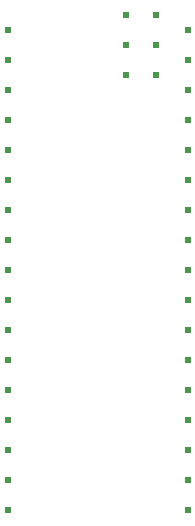
<source format=gbr>
G04 Layer_Color=65535*
%FSLAX45Y45*%
%MOMM*%
%TF.FileFunction,Other,Mechanical_16*%
%TF.Part,Single*%
G01*
G75*
%TA.AperFunction,NonConductor*%
%ADD38R,0.50800X0.50800*%
D38*
X1252472Y4264081D02*
D03*
X1506472D02*
D03*
X1252472Y4518081D02*
D03*
X1506472D02*
D03*
Y4772081D02*
D03*
X1252472D02*
D03*
X249172Y2867081D02*
D03*
Y3121081D02*
D03*
Y3375081D02*
D03*
Y3629081D02*
D03*
Y3883081D02*
D03*
Y4137081D02*
D03*
Y4391081D02*
D03*
Y4645081D02*
D03*
Y581081D02*
D03*
Y835081D02*
D03*
Y1089081D02*
D03*
Y1343081D02*
D03*
Y1597081D02*
D03*
Y1851081D02*
D03*
Y2105081D02*
D03*
Y2359081D02*
D03*
Y2613081D02*
D03*
X1773172Y2867081D02*
D03*
Y3121081D02*
D03*
Y3375081D02*
D03*
Y3629081D02*
D03*
Y3883081D02*
D03*
Y4137081D02*
D03*
Y4391081D02*
D03*
Y4645081D02*
D03*
Y581081D02*
D03*
Y835081D02*
D03*
Y1089081D02*
D03*
Y1343081D02*
D03*
Y1597081D02*
D03*
Y1851081D02*
D03*
Y2105081D02*
D03*
Y2359081D02*
D03*
Y2613081D02*
D03*
%TF.MD5,89558e88460f6582d8baff721b65cde4*%
M02*

</source>
